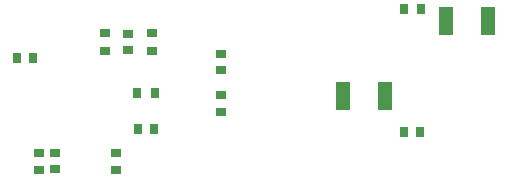
<source format=gtp>
G04*
G04 #@! TF.GenerationSoftware,Altium Limited,Altium Designer,21.2.1 (34)*
G04*
G04 Layer_Color=8421504*
%FSLAX25Y25*%
%MOIN*%
G70*
G04*
G04 #@! TF.SameCoordinates,E791EE2E-FBA0-4324-A9C2-BCC3054153F0*
G04*
G04*
G04 #@! TF.FilePolarity,Positive*
G04*
G01*
G75*
%ADD18R,0.03543X0.03150*%
%ADD19R,0.03150X0.03543*%
%ADD20R,0.04724X0.09252*%
%ADD21R,0.02756X0.03543*%
%ADD22R,0.03543X0.02756*%
D18*
X347539Y24902D02*
D03*
Y19390D02*
D03*
X321949D02*
D03*
Y24902D02*
D03*
X382696Y52643D02*
D03*
Y58154D02*
D03*
X351575Y64862D02*
D03*
Y59350D02*
D03*
X327362Y25098D02*
D03*
Y19587D02*
D03*
X382696Y44375D02*
D03*
Y38863D02*
D03*
D19*
X448917Y31890D02*
D03*
X443405D02*
D03*
X354724Y33169D02*
D03*
X360236D02*
D03*
X314469Y56693D02*
D03*
X319980D02*
D03*
X449114Y73032D02*
D03*
X443602D02*
D03*
D20*
X437315Y44094D02*
D03*
X423315D02*
D03*
X457665Y68898D02*
D03*
X471665D02*
D03*
D21*
X360433Y44980D02*
D03*
X354528D02*
D03*
D22*
X359449Y59153D02*
D03*
Y65059D02*
D03*
X343701Y59153D02*
D03*
Y65059D02*
D03*
M02*

</source>
